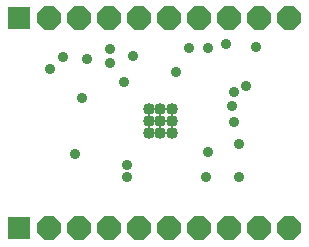
<source format=gbr>
G04 EAGLE Gerber RS-274X export*
G75*
%MOMM*%
%FSLAX34Y34*%
%LPD*%
%INSoldermask Bottom*%
%IPPOS*%
%AMOC8*
5,1,8,0,0,1.08239X$1,22.5*%
G01*
%ADD10C,1.011200*%
%ADD11P,2.144431X8X112.500000*%
%ADD12R,1.981200X1.981200*%
%ADD13C,0.909600*%


D10*
X129293Y121070D03*
X139293Y121070D03*
X149293Y121070D03*
X129293Y111070D03*
X139293Y111070D03*
X149293Y111070D03*
X129293Y101070D03*
X139293Y101070D03*
X149293Y101070D03*
D11*
X45100Y198000D03*
D12*
X19700Y198000D03*
D11*
X70500Y198000D03*
X95900Y198000D03*
X121300Y198000D03*
X146700Y198000D03*
X172100Y198000D03*
X197500Y198000D03*
X222900Y198000D03*
X248300Y198000D03*
X45170Y20210D03*
D12*
X19770Y20210D03*
D11*
X70570Y20210D03*
X95970Y20210D03*
X121370Y20210D03*
X146770Y20210D03*
X172170Y20210D03*
X197570Y20210D03*
X222970Y20210D03*
X248370Y20210D03*
D13*
X67293Y83070D03*
X46293Y155070D03*
X73293Y131070D03*
X163293Y173320D03*
X201293Y135320D03*
X200293Y124070D03*
X77293Y164070D03*
X211793Y140570D03*
X195293Y176320D03*
X179293Y173320D03*
X57293Y165070D03*
X111293Y64070D03*
X206293Y92070D03*
X201293Y110070D03*
X116293Y166070D03*
X96293Y172070D03*
X220293Y174070D03*
X179293Y85070D03*
X206293Y64070D03*
X178293Y64070D03*
X108293Y144070D03*
X111293Y74070D03*
X96293Y160070D03*
X152543Y152820D03*
M02*

</source>
